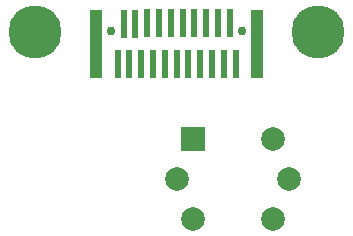
<source format=gbr>
%TF.GenerationSoftware,KiCad,Pcbnew,(6.0.0-0)*%
%TF.CreationDate,2022-03-07T02:22:32-05:00*%
%TF.ProjectId,multi_gas,6d756c74-695f-4676-9173-2e6b69636164,rev?*%
%TF.SameCoordinates,Original*%
%TF.FileFunction,Soldermask,Bot*%
%TF.FilePolarity,Negative*%
%FSLAX46Y46*%
G04 Gerber Fmt 4.6, Leading zero omitted, Abs format (unit mm)*
G04 Created by KiCad (PCBNEW (6.0.0-0)) date 2022-03-07 02:22:32*
%MOMM*%
%LPD*%
G01*
G04 APERTURE LIST*
%ADD10C,2.000000*%
%ADD11R,2.000000X2.000000*%
%ADD12C,4.500000*%
%ADD13C,0.760000*%
%ADD14R,1.000000X5.850000*%
%ADD15R,0.610000X2.410000*%
G04 APERTURE END LIST*
D10*
%TO.C,U1*%
X115120000Y-73094000D03*
X115120000Y-79814000D03*
X108400000Y-79814000D03*
D11*
X108400000Y-73094000D03*
D10*
X116510000Y-76454000D03*
X107010000Y-76454000D03*
%TD*%
D12*
%TO.C,H1*%
X95000000Y-64000000D03*
%TD*%
%TO.C,H2*%
X119000000Y-64000000D03*
%TD*%
D13*
%TO.C,J1*%
X101475500Y-63900000D03*
X112524500Y-63900000D03*
D14*
X100173500Y-65000000D03*
X113826500Y-65000000D03*
D15*
X101996500Y-66720000D03*
X102996500Y-66720000D03*
X103996500Y-66720000D03*
X104996500Y-66720000D03*
X105996500Y-66720000D03*
X106996500Y-66720000D03*
X107996500Y-66720000D03*
X108996500Y-66720000D03*
X109996500Y-66720000D03*
X110996500Y-66720000D03*
X111996500Y-66720000D03*
X111496500Y-63280000D03*
X110496500Y-63280000D03*
X109496500Y-63280000D03*
X108496500Y-63280000D03*
X107496500Y-63280000D03*
X106496500Y-63280000D03*
X105496500Y-63280000D03*
X104496500Y-63280000D03*
X103496500Y-63320000D03*
X102496500Y-63320000D03*
%TD*%
M02*

</source>
